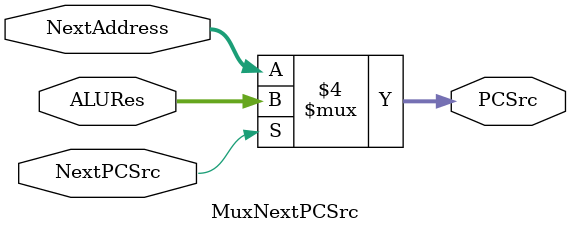
<source format=sv>
module MuxNextPCSrc(
  input logic NextPCSrc,
  input logic [31:0] NextAddress,
  input logic [31:0] ALURes,
  output logic [31:0] PCSrc);
  
  always @(*)
    begin
      if (NextPCSrc == 0)
        PCSrc <= NextAddress;
      else
        PCSrc <= ALURes;
    end
endmodule
</source>
